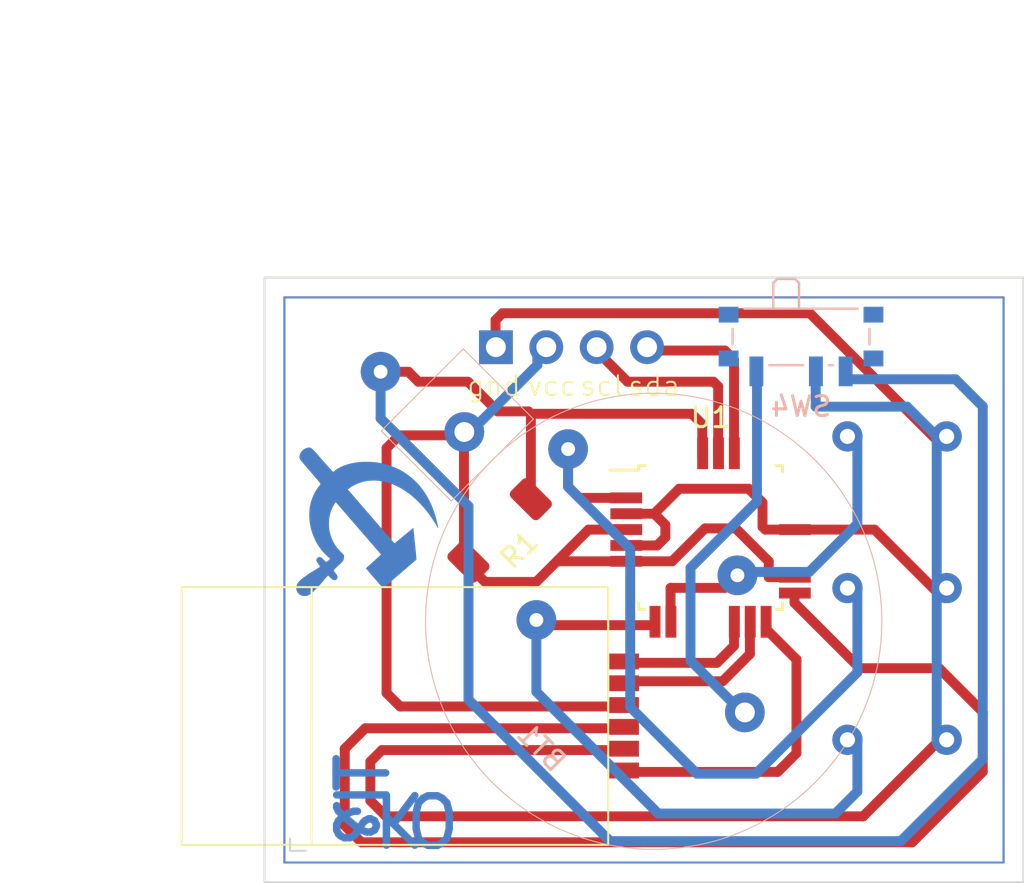
<source format=kicad_pcb>
(kicad_pcb (version 20221018) (generator pcbnew)
  (layers (0 "F.Cu" signal) (31 "B.Cu" signal) (34 "B.Paste" user) (35 "F.Paste" user) (36 "B.SilkS" user "B.Silkscreen") (37 "F.SilkS" user "F.Silkscreen") (38 "B.Mask" user) (39 "F.Mask" user) (44 "Edge.Cuts" user))
  (net 0 "")
  (net 1 "Earth")
  (net 2 "/SDA")
  (net 3 "/SCL")
  (net 4 "VCC")
  (net 5 "/PB2")
  (net 6 "/MOSI")
  (net 7 "/SCK")
  (net 8 "/MISO")
  (net 9 "/RST")
  (net 10 "/PD6")
  (net 11 "/PD5")
  (net 12 "/PD4")
  (net 13 "Net-(BT1--)")
  (footprint "Library:Button" (layer "F.Cu") (at 167.88 69.56)
    (fp_text reference "SW2" hide)
    (fp_text value "Down")
    (pad "1" thru_hole circle (at -2.5 0) (size 1.524 1.524) (drill 0.762) (layers "*.Cu" "*.Mask") (net 11 "/PD5"))
    (pad "2" thru_hole circle (at 2.5 0) (size 1.524 1.524) (drill 0.762) (layers "*.Cu" "*.Mask") (net 1 "Earth"))
  )
  (footprint "Connector_Card:microSD_HC_Wuerth_693072010801" (layer "F.Cu") (at 153.32 68.36 -90)
    (fp_text reference "J2" hide)
    (fp_text value "Micro_SD_Card" hide)
    (fp_line (start -6.5 0) (end 6.5 0) (stroke (width 0.1)) (layer "F.SilkS"))
    (fp_line (start -6.5 21.5) (end -6.5 0) (stroke (width 0.1)) (layer "F.SilkS"))
    (fp_line (start -6.45 14.95) (end 6.5 14.95) (stroke (width 0.1)) (layer "F.SilkS"))
    (fp_line (start 0 0) (end -6.5 0) (stroke (width 0.1)) (layer "F.SilkS"))
    (fp_line (start 0 14.95) (end -6.45 14.95) (stroke (width 0.1)) (layer "F.SilkS"))
    (fp_line (start 6.5 0) (end 6.5 21.5) (stroke (width 0.1)) (layer "F.SilkS"))
    (fp_line (start 6.5 21.5) (end -6.5 21.5) (stroke (width 0.1)) (layer "F.SilkS"))
    (pad "2" smd rect (at -2.75 -0.8 270) (size 0.8 1.5) (layers "F.Cu" "F.Paste" "F.Mask") (net 5 "/PB2"))
    (pad "3" smd rect (at -1.65 -0.8 270) (size 0.8 1.5) (layers "F.Cu" "F.Paste" "F.Mask") (net 6 "/MOSI"))
    (pad "4" smd rect (at -0.55 -0.8 270) (size 0.8 1.5) (layers "F.Cu" "F.Paste" "F.Mask") (net 4 "VCC"))
    (pad "5" smd rect (at 0.55 -0.8 270) (size 0.8 1.5) (layers "F.Cu" "F.Paste" "F.Mask") (net 7 "/SCK"))
    (pad "6" smd rect (at 1.65 -0.8 270) (size 0.8 1.5) (layers "F.Cu" "F.Paste" "F.Mask") (net 1 "Earth"))
    (pad "7" smd rect (at 2.75 -0.8 270) (size 0.8 1.5) (layers "F.Cu" "F.Paste" "F.Mask") (net 8 "/MISO"))
  )
  (footprint "Library:Button" (layer "F.Cu") (at 167.88 61.91)
    (fp_text reference "SW3" hide)
    (fp_text value "Set")
    (pad "1" thru_hole circle (at -2.5 0) (size 1.524 1.524) (drill 0.762) (layers "*.Cu" "*.Mask") (net 12 "/PD4"))
    (pad "2" thru_hole circle (at 2.5 0) (size 1.524 1.524) (drill 0.762) (layers "*.Cu" "*.Mask") (net 1 "Earth"))
  )
  (footprint "Library:Button" (layer "F.Cu") (at 167.88 54.26)
    (fp_text reference "SW1" hide)
    (fp_text value "Up")
    (pad "1" thru_hole circle (at -2.5 0) (size 1.524 1.524) (drill 0.762) (layers "*.Cu" "*.Mask") (net 10 "/PD6"))
    (pad "2" thru_hole circle (at 2.5 0) (size 1.524 1.524) (drill 0.762) (layers "*.Cu" "*.Mask") (net 1 "Earth"))
  )
  (footprint "Resistor_SMD:R_1812_4532Metric_Pad1.30x3.40mm_HandSolder" (layer "F.Cu") (at 147.85 59 -135)
    (fp_text reference "R1" (at 0 -1.4 45) (layer "F.SilkS"))
    (fp_text value "10K" hide)
    (pad "1" smd roundrect (at -2.225 0 225) (size 1.3 2) (layers "F.Cu" "F.Paste" "F.Mask") (roundrect_rratio 0.192308) (net 9 "/RST"))
    (pad "2" smd roundrect (at 2.225 0 225) (size 1.3 2) (layers "F.Cu" "F.Paste" "F.Mask") (roundrect_rratio 0.192308) (net 4 "VCC"))
  )
  (footprint "Package_QFP:TQFP-32_7x7mm_P0.8mm" (layer "F.Cu") (at 158.48 59.36)
    (fp_text reference "U1" (at 0 -6.05) (layer "F.SilkS"))
    (fp_text value "ATmega328P-A")
    (fp_line (start -3.625 -3.625) (end -3.625 -3.4) (stroke (width 0.15)) (layer "F.SilkS"))
    (fp_line (start -3.625 -3.625) (end -3.3 -3.625) (stroke (width 0.15)) (layer "F.SilkS"))
    (fp_line (start -3.625 -3.4) (end -5.05 -3.4) (stroke (width 0.15)) (layer "F.SilkS"))
    (fp_line (start -3.625 3.625) (end -3.625 3.3) (stroke (width 0.15)) (layer "F.SilkS"))
    (fp_line (start -3.625 3.625) (end -3.3 3.625) (stroke (width 0.15)) (layer "F.SilkS"))
    (fp_line (start 3.625 -3.625) (end 3.3 -3.625) (stroke (width 0.15)) (layer "F.SilkS"))
    (fp_line (start 3.625 -3.625) (end 3.625 -3.3) (stroke (width 0.15)) (layer "F.SilkS"))
    (fp_line (start 3.625 3.625) (end 3.3 3.625) (stroke (width 0.15)) (layer "F.SilkS"))
    (fp_line (start 3.625 3.625) (end 3.625 3.3) (stroke (width 0.15)) (layer "F.SilkS"))
    (pad "2" smd rect (at -4.25 -2) (size 1.6 0.55) (layers "F.Cu" "F.Paste" "F.Mask") (net 12 "/PD4"))
    (pad "3" smd rect (at -4.25 -1.2) (size 1.6 0.55) (layers "F.Cu" "F.Paste" "F.Mask") (net 1 "Earth"))
    (pad "4" smd rect (at -4.25 -0.4) (size 1.6 0.55) (layers "F.Cu" "F.Paste" "F.Mask") (net 4 "VCC"))
    (pad "5" smd rect (at -4.25 0.4) (size 1.6 0.55) (layers "F.Cu" "F.Paste" "F.Mask") (net 1 "Earth"))
    (pad "6" smd rect (at -4.25 1.2) (size 1.6 0.55) (layers "F.Cu" "F.Paste" "F.Mask") (net 4 "VCC"))
    (pad "9" smd rect (at -2.8 4.25 90) (size 1.6 0.55) (layers "F.Cu" "F.Paste" "F.Mask") (net 11 "/PD5"))
    (pad "10" smd rect (at -2 4.25 90) (size 1.6 0.55) (layers "F.Cu" "F.Paste" "F.Mask") (net 10 "/PD6"))
    (pad "14" smd rect (at 1.2 4.25 90) (size 1.6 0.55) (layers "F.Cu" "F.Paste" "F.Mask") (net 5 "/PB2"))
    (pad "15" smd rect (at 2 4.25 90) (size 1.6 0.55) (layers "F.Cu" "F.Paste" "F.Mask") (net 6 "/MOSI"))
    (pad "16" smd rect (at 2.8 4.25 90) (size 1.6 0.55) (layers "F.Cu" "F.Paste" "F.Mask") (net 8 "/MISO"))
    (pad "17" smd rect (at 4.25 2.8) (size 1.6 0.55) (layers "F.Cu" "F.Paste" "F.Mask") (net 7 "/SCK"))
    (pad "18" smd rect (at 4.25 2) (size 1.6 0.55) (layers "F.Cu" "F.Paste" "F.Mask") (net 4 "VCC"))
    (pad "21" smd rect (at 4.25 -0.4) (size 1.6 0.55) (layers "F.Cu" "F.Paste" "F.Mask") (net 1 "Earth"))
    (pad "27" smd rect (at 1.2 -4.25 90) (size 1.6 0.55) (layers "F.Cu" "F.Paste" "F.Mask") (net 2 "/SDA"))
    (pad "28" smd rect (at 0.4 -4.25 90) (size 1.6 0.55) (layers "F.Cu" "F.Paste" "F.Mask") (net 3 "/SCL"))
    (pad "29" smd rect (at -0.4 -4.25 90) (size 1.6 0.55) (layers "F.Cu" "F.Paste" "F.Mask") (net 9 "/RST"))
  )
  (footprint "Connector_PinHeader_2.54mm:PinHeader_1x04_P2.54mm_Vertical" (layer "F.Cu") (at 150.2 49.76)
    (fp_text reference "J1" hide)
    (fp_text value "Oled" hide)
    (fp_text user "vcc" (at -1.016 2.54 unlocked) (layer "F.SilkS") (effects (font (thickness 0.1)) (justify left bottom)))
    (fp_text user "gnd" (at -4.064 2.54 unlocked) (layer "F.SilkS") (effects (font (thickness 0.1)) (justify left bottom)))
    (fp_text user "sda" (at 4.064 2.54 unlocked) (layer "F.SilkS") (effects (font (thickness 0.1)) (justify left bottom)))
    (fp_text user "scl" (at 1.64 2.54 unlocked) (layer "F.SilkS") (effects (font (thickness 0.1)) (justify left bottom)))
    (pad "1" thru_hole oval (at 5.08 0 90) (size 1.7 1.7) (drill 1) (layers "*.Cu" "*.Mask") (net 2 "/SDA"))
    (pad "2" thru_hole oval (at 2.54 0 90) (size 1.7 1.7) (drill 1) (layers "*.Cu" "*.Mask") (net 3 "/SCL"))
    (pad "3" thru_hole oval (at 0 0 90) (size 1.7 1.7) (drill 1) (layers "*.Cu" "*.Mask") (net 4 "VCC"))
    (pad "4" thru_hole rect (at -2.54 0 90) (size 1.7 1.7) (drill 1) (layers "*.Cu" "*.Mask") (net 1 "Earth"))
  )
  (footprint "posad" (layer "B.Cu") (at 141.18 58.57 90)
    (fp_text reference "G***" hide)
    (fp_text value "LOGO" hide)
    (fp_poly (pts (xy -0.291153 3.572831) (xy -0.2611 3.566103) (xy -0.228624 3.558006) (xy -0.189672 3.549485) (xy -0.15626 3.543041) (xy -0.12172 3.536645) (xy -0.087883 3.529876) (xy -0.062504 3.524298) (xy -0.034467 3.517569) (xy -0.000655 3.509426) (xy 0.019533 3.504552) (xy 0.055517 3.495868) (xy 0.094759 3.486421) (xy 0.113288 3.481971) (xy 0.163338 3.46931) (xy 0.221594 3.453549) (xy 0.281445 3.436541) (xy 0.336277 3.42014) (xy 0.355491 3.41411) (xy 0.404244 3.398338) (xy 0.455719 3.381339) (xy 0.507481 3.363953) (xy 0.557097 3.347019) (xy 0.602132 3.331377) (xy 0.640153 3.317866) (xy 0.668725 3.307325) (xy 0.685414 3.300594) (xy 0.687267 3.299698) (xy 0.703771 3.292121) (xy 0.713373 3.289313) (xy 0.720255 3.287339) (xy 0.73626 3.281178) (xy 0.762389 3.270409) (xy 0.799642 3.254612) (xy 0.849022 3.233365) (xy 0.911529 3.20625) (xy 0.921932 3.201723) (xy 0.955528 3.18633) (xy 0.999373 3.165113) (xy 1.050049 3.139826) (xy 1.10414 3.11222) (xy 1.158226 3.084047) (xy 1.208891 3.057062) (xy 1.252718 3.033015) (xy 1.269609 3.023441) (xy 1.297343 3.007048) (xy 1.332832 2.985394) (xy 1.373715 2.959988) (xy 1.417629 2.932341) (xy 1.462215 2.903962) (xy 1.505111 2.876364) (xy 1.543954 2.851055) (xy 1.576385 2.829545) (xy 1.600041 2.813346) (xy 1.611996 2.804456) (xy 1.622198 2.796203) (xy 1.641113 2.781199) (xy 1.665131 2.7623) (xy 1.671978 2.756936) (xy 1.734178 2.708057) (xy 1.78633 2.666505) (xy 1.830837 2.630167) (xy 1.870105 2.596931) (xy 1.906539 2.564687) (xy 1.942544 2.531321) (xy 1.980525 2.494724) (xy 2.022886 2.452782) (xy 2.054402 2.421158) (xy 2.168542 2.299176) (xy 2.279392 2.166939) (xy 2.385128 2.027131) (xy 2.483925 1.882434) (xy 2.57396 1.735534) (xy 2.653408 1.589114) (xy 2.720445 1.445857) (xy 2.725638 1.433614) (xy 2.739048 1.401804) (xy 2.75137 1.372723) (xy 2.760425 1.351506) (xy 2.76205 1.347739) (xy 2.769961 1.328627) (xy 2.781029 1.300834) (xy 2.792888 1.2703) (xy 2.793153 1.269609) (xy 2.805149 1.238303) (xy 2.816459 1.208824) (xy 2.824627 1.187573) (xy 2.83416 1.16094) (xy 2.843504 1.13208) (xy 2.844437 1.128976) (xy 2.853464 1.099415) (xy 2.863071 1.069117) (xy 2.863933 1.066472) (xy 2.869955 1.046665) (xy 2.87899 1.015229) (xy 2.890073 0.975647) (xy 2.902243 0.931403) (xy 2.914536 0.885978) (xy 2.925989 0.842856) (xy 2.929823 0.828176) (xy 2.938412 0.79231) (xy 2.948606 0.745271) (xy 2.959522 0.691311) (xy 2.970278 0.634685) (xy 2.972745 0.621132) (xy 2.979444 0.584014) (xy 2.986044 0.5475) (xy 2.991377 0.518043) (xy 2.992519 0.51175) (xy 3.004247 0.436193) (xy 3.013469 0.35188) (xy 3.020275 0.257347) (xy 3.024758 0.151133) (xy 3.027008 0.031775) (xy 3.027324 -0.046878) (xy 3.027001 -0.132591) (xy 3.026038 -0.20594) (xy 3.024222 -0.270181) (xy 3.021341 -0.32857) (xy 3.017181 -0.384363) (xy 3.01153 -0.440817) (xy 3.004175 -0.501188) (xy 2.994904 -0.568731) (xy 2.991863 -0.58988) (xy 2.981438 -0.652762) (xy 2.967381 -0.724434) (xy 2.950713 -0.800545) (xy 2.932459 -0.876745) (xy 2.913643 -0.948681) (xy 2.895287 -1.012002) (xy 2.885267 -1.043033) (xy 2.873429 -1.07844) (xy 2.862908 -1.110907) (xy 2.855137 -1.135958) (xy 2.85226 -1.146068) (xy 2.844713 -1.168783) (xy 2.833524 -1.195953) (xy 2.829232 -1.205179) (xy 2.819529 -1.226462) (xy 2.81357 -1.241924) (xy 2.812673 -1.245881) (xy 2.809186 -1.255727) (xy 2.799646 -1.276631) (xy 2.785431 -1.305907) (xy 2.767922 -1.340868) (xy 2.748499 -1.378827) (xy 2.728542 -1.417099) (xy 2.709431 -1.452996) (xy 2.692544 -1.483833) (xy 2.679263 -1.506922) (xy 2.675291 -1.513353) (xy 2.652491 -1.547553) (xy 2.626468 -1.584294) (xy 2.599743 -1.620243) (xy 2.574836 -1.652063) (xy 2.554267 -1.676419) (xy 2.544049 -1.687013) (xy 2.530256 -1.703088) (xy 2.523683 -1.717247) (xy 2.523593 -1.718509) (xy 2.529511 -1.730494) (xy 2.546437 -1.750902) (xy 2.573132 -1.778455) (xy 2.608353 -1.811874) (xy 2.65086 -1.849882) (xy 2.652507 -1.851316) (xy 2.678437 -1.874298) (xy 2.709124 -1.902093) (xy 2.738 -1.928752) (xy 2.73845 -1.929172) (xy 2.764293 -1.953086) (xy 2.797043 -1.983013) (xy 2.831918 -2.014598) (xy 2.855645 -2.035907) (xy 2.881359 -2.058892) (xy 2.902486 -2.077731) (xy 2.921522 -2.094621) (xy 2.940963 -2.111759) (xy 2.963304 -2.131341) (xy 2.991041 -2.155563) (xy 3.026671 -2.186623) (xy 3.050969 -2.207792) (xy 3.086472 -2.238759) (xy 3.125121 -2.272528) (xy 3.161221 -2.30412) (xy 3.179883 -2.320482) (xy 3.203241 -2.340712) (xy 3.235964 -2.368674) (xy 3.275394 -2.402115) (xy 3.318874 -2.438787) (xy 3.363747 -2.476437) (xy 3.383021 -2.492544) (xy 3.471832 -2.568307) (xy 3.547427 -2.636354) (xy 3.610043 -2.696921) (xy 3.659912 -2.750247) (xy 3.69727 -2.79657) (xy 3.722287 -2.836005) (xy 3.736732 -2.864479) (xy 3.745153 -2.885866) (xy 3.748899 -2.906334) (xy 3.749316 -2.932053) (xy 3.748393 -2.955527) (xy 3.737803 -3.030477) (xy 3.714091 -3.103084) (xy 3.678851 -3.17184) (xy 3.633675 -3.235238) (xy 3.580155 -3.29177) (xy 3.519883 -3.339928) (xy 3.454453 -3.378204) (xy 3.385456 -3.405091) (xy 3.314486 -3.419081) (xy 3.257829 -3.420007) (xy 3.233794 -3.417667) (xy 3.211172 -3.413504) (xy 3.188642 -3.40664) (xy 3.164886 -3.396199) (xy 3.138583 -3.381306) (xy 3.108416 -3.361084) (xy 3.073064 -3.334658) (xy 3.031208 -3.30115) (xy 2.98153 -3.259685) (xy 2.922709 -3.209387) (xy 2.863457 -3.158096) (xy 2.841396 -3.138963) (xy 2.822773 -3.122863) (xy 2.812673 -3.114185) (xy 2.803148 -3.105979) (xy 2.783978 -3.089395) (xy 2.75732 -3.066299) (xy 2.725327 -3.038557) (xy 2.695478 -3.012657) (xy 2.635813 -2.960873) (xy 2.586711 -2.918267) (xy 2.546941 -2.883774) (xy 2.515267 -2.856326) (xy 2.490455 -2.834858) (xy 2.471272 -2.818302) (xy 2.456483 -2.805592) (xy 2.444855 -2.795662) (xy 2.435154 -2.787445) (xy 2.426271 -2.779979) (xy 2.403993 -2.7612) (xy 2.372526 -2.734531) (xy 2.334546 -2.70225) (xy 2.292728 -2.66664) (xy 2.249744 -2.629981) (xy 2.20827 -2.594552) (xy 2.17098 -2.562636) (xy 2.140548 -2.536512) (xy 2.122061 -2.520555) (xy 2.097605 -2.499693) (xy 2.075728 -2.481641) (xy 2.060731 -2.469941) (xy 2.059557 -2.469104) (xy 2.039023 -2.453373) (xy 2.012785 -2.431434) (xy 1.986385 -2.407931) (xy 1.984729 -2.406398) (xy 1.97033 -2.395594) (xy 1.948743 -2.382019) (xy 1.938908 -2.376415) (xy 1.918422 -2.365786) (xy 1.905511 -2.36246) (xy 1.894216 -2.365936) (xy 1.884554 -2.371839) (xy 1.862774 -2.387184) (xy 1.834801 -2.408525) (xy 1.806154 -2.431513) (xy 1.78235 -2.4518) (xy 1.777534 -2.456189) (xy 1.764268 -2.466665) (xy 1.74054 -2.483618) (xy 1.709119 -2.505216) (xy 1.672773 -2.529622) (xy 1.634272 -2.555003) (xy 1.596384 -2.579524) (xy 1.56188 -2.601352) (xy 1.533527 -2.618651) (xy 1.523531 -2.624459) (xy 1.499132 -2.637661) (xy 1.465241 -2.655158) (xy 1.426501 -2.674586) (xy 1.390711 -2.692066) (xy 1.355416 -2.70912) (xy 1.324361 -2.724252) (xy 1.300745 -2.735895) (xy 1.28777 -2.742479) (xy 1.287295 -2.742737) (xy 1.271019 -2.749092) (xy 1.263856 -2.750217) (xy 1.250225 -2.75366) (xy 1.232696 -2.761371) (xy 1.217372 -2.76793) (xy 1.189887 -2.778279) (xy 1.152971 -2.791465) (xy 1.109354 -2.806535) (xy 1.061764 -2.822538) (xy 1.012932 -2.838521) (xy 0.995745 -2.844032) (xy 0.969871 -2.851084) (xy 0.930536 -2.860182) (xy 0.879709 -2.870917) (xy 0.819362 -2.882878) (xy 0.751464 -2.895658) (xy 0.718794 -2.901598) (xy 0.678292 -2.907455) (xy 0.625793 -2.912916) (xy 0.564922 -2.917788) (xy 0.499307 -2.921875) (xy 0.432576 -2.924984) (xy 0.368354 -2.926919) (xy 0.310269 -2.927487) (xy 0.261947 -2.926494) (xy 0.257828 -2.926303) (xy 0.194349 -2.92316) (xy 0.143376 -2.920478) (xy 0.101808 -2.917925) (xy 0.066547 -2.915163) (xy 0.034493 -2.911859) (xy 0.002545 -2.907677) (xy -0.032396 -2.902283) (xy -0.073429 -2.895341) (xy -0.123655 -2.886517) (xy -0.14454 -2.882823) (xy -0.214089 -2.870169) (xy -0.273006 -2.858468) (xy -0.325828 -2.846582) (xy -0.377094 -2.833374) (xy -0.431341 -2.817708) (xy -0.493106 -2.798446) (xy -0.533831 -2.785287) (xy -0.605385 -2.760536) (xy -0.682092 -2.731462) (xy -0.761199 -2.699299) (xy -0.839952 -2.665283) (xy -0.915598 -2.630647) (xy -0.985384 -2.596626) (xy -1.046556 -2.564454) (xy -1.096361 -2.535367) (xy -1.108172 -2.52776) (xy -1.13027 -2.513511) (xy -1.146831 -2.503541) (xy -1.153852 -2.500154) (xy -1.162616 -2.495862) (xy -1.181653 -2.484079) (xy -1.208555 -2.466444) (xy -1.240914 -2.444597) (xy -1.276321 -2.420177) (xy -1.312368 -2.394823) (xy -1.346647 -2.370176) (xy -1.369147 -2.353589) (xy -1.436531 -2.300584) (xy -1.50675 -2.240581) (xy -1.576843 -2.176418) (xy -1.643851 -2.110931) (xy -1.704813 -2.04696) (xy -1.756769 -1.98734) (xy -1.775011 -1.964515) (xy -1.800038 -1.933941) (xy -1.823357 -1.908616) (xy -1.842616 -1.890885) (xy -1.855464 -1.883096) (xy -1.856792 -1.882928) (xy -1.870552 -1.889052) (xy -1.890488 -1.905592) (xy -1.914357 -1.9298) (xy -1.939918 -1.958927) (xy -1.964927 -1.990225) (xy -1.987142 -2.020946) (xy -2.00432 -2.048342) (xy -2.014219 -2.069663) (xy -2.015749 -2.077733) (xy -2.012981 -2.08761) (xy -2.003926 -2.101425) (xy -1.987461 -2.12037) (xy -1.962462 -2.145639) (xy -1.927804 -2.178423) (xy -1.882364 -2.219915) (xy -1.877868 -2.223971) (xy -1.828869 -2.274412) (xy -1.795171 -2.323845) (xy -1.776533 -2.372888) (xy -1.772717 -2.42216) (xy -1.782583 -2.469689) (xy -1.800893 -2.502162) (xy -1.830381 -2.531453) (xy -1.8666 -2.554461) (xy -1.905101 -2.568085) (xy -1.92708 -2.570465) (xy -1.954504 -2.565883) (xy -1.989613 -2.553475) (xy -2.027933 -2.535226) (xy -2.064992 -2.513126) (xy -2.080004 -2.502499) (xy -2.119949 -2.473164) (xy -2.158467 -2.446144) (xy -2.193279 -2.422924) (xy -2.222104 -2.404985) (xy -2.242664 -2.393812) (xy -2.251787 -2.390739) (xy -2.261289 -2.392597) (xy -2.271554 -2.39914) (xy -2.283724 -2.411895) (xy -2.298939 -2.432385) (xy -2.318342 -2.462136) (xy -2.343074 -2.502673) (xy -2.37124 -2.550334) (xy -2.382831 -2.56968) (xy -2.399555 -2.597059) (xy -2.418233 -2.627276) (xy -2.422602 -2.63429) (xy -2.445109 -2.670868) (xy -2.470069 -2.712189) (xy -2.49216 -2.749441) (xy -2.492586 -2.750169) (xy -2.510743 -2.780476) (xy -2.528346 -2.808578) (xy -2.542212 -2.829425) (xy -2.544746 -2.832943) (xy -2.556303 -2.849887) (xy -2.562384 -2.861425) (xy -2.562658 -2.86278) (xy -2.566922 -2.871132) (xy -2.578435 -2.889206) (xy -2.595277 -2.91407) (xy -2.609535 -2.934401) (xy -2.628974 -2.962084) (xy -2.644478 -2.984795) (xy -2.654142 -2.999703) (xy -2.656413 -3.004022) (xy -2.660816 -3.011387) (xy -2.672906 -3.028961) (xy -2.691003 -3.054445) (xy -2.713428 -3.085542) (xy -2.738503 -3.119952) (xy -2.764548 -3.155377) (xy -2.789883 -3.189518) (xy -2.81283 -3.220077) (xy -2.83171 -3.244754) (xy -2.839581 -3.254772) (xy -2.890763 -3.318118) (xy -2.934474 -3.370181) (xy -2.972232 -3.412456) (xy -3.005557 -3.446438) (xy -3.035969 -3.473625) (xy -3.064987 -3.495512) (xy -3.09413 -3.513594) (xy -3.112227 -3.523199) (xy -3.168818 -3.549332) (xy -3.21937 -3.566898) (xy -3.269724 -3.577486) (xy -3.325719 -3.58268) (xy -3.332236 -3.58298) (xy -3.371089 -3.583779) (xy -3.400773 -3.581785) (xy -3.427617 -3.576211) (xy -3.453337 -3.567924) (xy -3.526451 -3.536607) (xy -3.586758 -3.498829) (xy -3.630263 -3.459825) (xy -3.651918 -3.433584) (xy -3.67545 -3.39995) (xy -3.697199 -3.364622) (xy -3.713502 -3.333302) (xy -3.717214 -3.324423) (xy -3.732799 -3.267093) (xy -3.740458 -3.201646) (xy -3.740429 -3.132548) (xy -3.732949 -3.064269) (xy -3.718256 -3.001278) (xy -3.697308 -2.9494) (xy -3.685981 -2.927974) (xy -3.676583 -2.910335) (xy -3.667809 -2.896269) (xy -3.653843 -2.875948) (xy -3.638291 -2.854392) (xy -3.624762 -2.83662) (xy -3.617612 -2.828299) (xy -3.611037 -2.821208) (xy -3.596363 -2.80498) (xy -3.575877 -2.782152) (xy -3.555728 -2.759599) (xy -3.528608 -2.730193) (xy -3.492611 -2.692638) (xy -3.450273 -2.649457) (xy -3.40413 -2.603175) (xy -3.356717 -2.556315) (xy -3.310571 -2.511401) (xy -3.268228 -2.470959) (xy -3.232222 -2.437511) (xy -3.231314 -2.436685) (xy -3.205799 -2.413356) (xy -3.181717 -2.391091) (xy -3.163914 -2.374372) (xy -3.162681 -2.373193) (xy -3.146805 -2.359494) (xy -3.135155 -2.352118) (xy -3.133387 -2.351707) (xy -3.124244 -2.345849) (xy -3.12389 -2.345067) (xy -3.117271 -2.337897) (xy -3.10075 -2.322537) (xy -3.076424 -2.300807) (xy -3.046391 -2.274528) (xy -3.01275 -2.245517) (xy -2.977597 -2.215595) (xy -2.943031 -2.186581) (xy -2.911149 -2.160295) (xy -2.906429 -2.156457) (xy -2.877299 -2.132338) (xy -2.8446 -2.104481) (xy -2.811074 -2.07531) (xy -2.77946 -2.04725) (xy -2.7525 -2.022726) (xy -2.732935 -2.004162) (xy -2.725284 -1.996217) (xy -2.714881 -1.98181) (xy -2.713454 -1.969447) (xy -2.722212 -1.955692) (xy -2.742362 -1.937109) (xy -2.747602 -1.932729) (xy -2.816357 -1.870999) (xy -2.870686 -1.81189) (xy -2.910406 -1.755665) (xy -2.935338 -1.702586) (xy -2.945301 -1.652915) (xy -2.945494 -1.645328) (xy -2.938158 -1.606524) (xy -2.918051 -1.569966) (xy -2.888022 -1.538284) (xy -2.850922 -1.514106) (xy -2.8096 -1.50006) (xy -2.785327 -1.497595) (xy -2.745549 -1.503754) (xy -2.699175 -1.522383) (xy -2.647776 -1.552629) (xy -2.592923 -1.59364) (xy -2.566292 -1.616484) (xy -2.52824 -1.649423) (xy -2.498646 -1.671783) (xy -2.475142 -1.684254) (xy -2.45536 -1.687525) (xy -2.43693 -1.682285) (xy -2.417486 -1.669223) (xy -2.409178 -1.662212) (xy -2.393715 -1.648025) (xy -2.373281 -1.628074) (xy -2.346864 -1.601316) (xy -2.313453 -1.566707) (xy -2.272038 -1.523205) (xy -2.221608 -1.469767) (xy -2.191374 -1.437589) (xy -2.135823 -1.378525) (xy -2.089319 -1.329804) (xy -2.050238 -1.290352) (xy -2.016955 -1.259096) (xy -1.987847 -1.234964) (xy -1.96129 -1.216883) (xy -1.93566 -1.20378) (xy -1.909332 -1.194582) (xy -1.880683 -1.188216) (xy -1.848089 -1.183609) (xy -1.809926 -1.179689) (xy -1.799508 -1.178708) (xy -1.750258 -1.174813) (xy -1.712778 -1.173402) (xy -1.688476 -1.174504) (xy -1.680853 -1.176359) (xy -1.670911 -1.183789) (xy -1.651712 -1.200581) (xy -1.625062 -1.22506) (xy -1.592768 -1.255554) (xy -1.556638 -1.29039) (xy -1.537697 -1.308916) (xy -1.462287 -1.381886) (xy -1.394897 -1.444494) (xy -1.333535 -1.498373) (xy -1.27621 -1.545158) (xy -1.22093 -1.586485) (xy -1.165704 -1.623988) (xy -1.117256 -1.654117) (xy -0.97979 -1.72923) (xy -0.837002 -1.792836) (xy -0.687045 -1.845579) (xy -0.528076 -1.8881) (xy -0.358249 -1.921042) (xy -0.343771 -1.92334) (xy -0.308423 -1.927288) (xy -0.261109 -1.9303) (xy -0.205091 -1.932376) (xy -0.143632 -1.933516) (xy -0.079994 -1.93372) (xy -0.017439 -1.932989) (xy 0.04077 -1.931323) (xy 0.09137 -1.928723) (xy 0.131101 -1.925187) (xy 0.14454 -1.923296) (xy 0.211606 -1.911697) (xy 0.274985 -1.899933) (xy 0.332404 -1.88848) (xy 0.381589 -1.877812) (xy 0.420267 -1.868406) (xy 0.446165 -1.860735) (xy 0.449246 -1.859594) (xy 0.463582 -1.854511) (xy 0.488343 -1.846199) (xy 0.519057 -1.836148) (xy 0.531283 -1.832208) (xy 0.580001 -1.815059) (xy 0.632733 -1.793859) (xy 0.68759 -1.76963) (xy 0.742683 -1.743393) (xy 0.796123 -1.71617) (xy 0.846021 -1.688982) (xy 0.890487 -1.662851) (xy 0.927633 -1.638797) (xy 0.95557 -1.617842) (xy 0.972408 -1.601007) (xy 0.976623 -1.591425) (xy 0.971085 -1.582522) (xy 0.955981 -1.565761) (xy 0.933578 -1.543494) (xy 0.906142 -1.51807) (xy 0.904353 -1.516467) (xy 0.873481 -1.488842) (xy 0.844089 -1.462522) (xy 0.819666 -1.440631) (xy 0.804627 -1.427128) (xy 0.783728 -1.408856) (xy 0.756998 -1.386184) (xy 0.73431 -1.367379) (xy 0.712526 -1.34929) (xy 0.695809 -1.334897) (xy 0.687615 -1.327179) (xy 0.687485 -1.327014) (xy 0.679467 -1.319377) (xy 0.663547 -1.305946) (xy 0.653511 -1.29785) (xy 0.630516 -1.278939) (xy 0.603333 -1.2557) (xy 0.586139 -1.240554) (xy 0.558965 -1.21658) (xy 0.527851 -1.18964) (xy 0.507076 -1.171947) (xy 0.478364 -1.147446) (xy 0.445871 -1.119288) (xy 0.421334 -1.097724) (xy 0.392348 -1.072323) (xy 0.358624 -1.04322) (xy 0.327442 -1.016699) (xy 0.327326 -1.016602) (xy 0.295521 -0.989591) (xy 0.260523 -0.959506) (xy 0.230483 -0.93336) (xy 0.209843 -0.915359) (xy 0.18004 -0.889545) (xy 0.143791 -0.858262) (xy 0.103809 -0.823852) (xy 0.06281 -0.788656) (xy 0.058597 -0.785046) (xy 0.019337 -0.751347) (xy -0.017596 -0.719546) (xy -0.049929 -0.691608) (xy -0.075387 -0.6695) (xy -0.091696 -0.655186) (xy -0.09366 -0.653431) (xy -0.111539 -0.637585) (xy -0.137126 -0.615183) (xy -0.166273 -0.589849) (xy -0.182499 -0.575823) (xy -0.209318 -0.552661) (xy -0.232453 -0.532626) (xy -0.248858 -0.518359) (xy -0.254593 -0.513319) (xy -0.269733 -0.500334) (xy -0.275136 -0.495919) (xy -0.28657 -0.486463) (xy -0.306811 -0.469429) (xy -0.332987 -0.447263) (xy -0.362227 -0.42241) (xy -0.391658 -0.397316) (xy -0.41841 -0.374426) (xy -0.43961 -0.356186) (xy -0.452387 -0.345041) (xy -0.453797 -0.343771) (xy -0.478673 -0.321308) (xy -0.509817 -0.293625) (xy -0.543223 -0.264238) (xy -0.574882 -0.236664) (xy -0.600788 -0.214421) (xy -0.60967 -0.206948) (xy -0.652614 -0.170794) (xy -0.701551 -0.128771) (xy -0.7581 -0.079473) (xy -0.823879 -0.021496) (xy -0.851615 0.003088) (xy -0.872413 0.021103) (xy -0.89907 0.043605) (xy -0.921909 0.06251) (xy -0.947665 0.083839) (xy -0.97216 0.104534) (xy -0.988319 0.118557) (xy -1.001236 0.130019) (xy -1.014157 0.141358) (xy -1.0298 0.154928) (xy -1.050885 0.173083) (xy -1.080128 0.198177) (xy -1.093448 0.209594) (xy -1.118302 0.23115) (xy -1.141418 0.251624) (xy -1.156773 0.265641) (xy -1.173723 0.280933) (xy -1.197325 0.301398) (xy -1.219647 0.32024) (xy -1.240717 0.338002) (xy -1.270227 0.363193) (xy -1.304852 0.392958) (xy -1.341266 0.424444) (xy -1.356224 0.437435) (xy -1.395583 0.471596) (xy -1.437593 0.507937) (xy -1.477831 0.54264) (xy -1.511874 0.571886) (xy -1.519207 0.57816) (xy -1.549359 0.603967) (xy -1.57766 0.628251) (xy -1.600508 0.647917) (xy -1.612292 0.658119) (xy -1.630634 0.671669) (xy -1.646119 0.679118) (xy -1.649205 0.679604) (xy -1.6592 0.674133) (xy -1.676738 0.659212) (xy -1.699182 0.637248) (xy -1.719522 0.615527) (xy -1.748494 0.583529) (xy -1.778688 0.55036) (xy -1.805549 0.521017) (xy -1.817456 0.508099) (xy -1.844652 0.478197) (xy -1.874455 0.444657) (xy -1.895586 0.420343) (xy -1.913563 0.399647) (xy -1.939408 0.370291) (xy -1.970515 0.335216) (xy -2.004279 0.297361) (xy -2.030609 0.26799) (xy -2.066799 0.227712) (xy -2.104449 0.185796) (xy -2.140299 0.145874) (xy -2.171087 0.111576) (xy -2.186869 0.093988) (xy -2.231954 0.044013) (xy -2.267973 0.004832) (xy -2.296037 -0.024619) (xy -2.317255 -0.045404) (xy -2.332738 -0.058589) (xy -2.343596 -0.065237) (xy -2.35094 -0.066413) (xy -2.353244 -0.06553) (xy -2.367228 -0.055416) (xy -2.392134 -0.035185) (xy -2.427396 -0.005313) (xy -2.472446 0.033725) (xy -2.491923 0.050784) (xy -2.514312 0.070241) (xy -2.545078 0.096703) (xy -2.580649 0.127109) (xy -2.617449 0.158397) (xy -2.628762 0.167979) (xy -2.661291 0.195531) (xy -2.689961 0.219876) (xy -2.71248 0.23906) (xy -2.726553 0.251133) (xy -2.72978 0.25396) (xy -2.740505 0.263372) (xy -2.762586 0.282483) (xy -2.795498 0.310841) (xy -2.838719 0.347994) (xy -2.871075 0.375773) (xy -2.886739 0.389334) (xy -2.910554 0.410089) (xy -2.938939 0.434915) (xy -2.96112 0.454366) (xy -2.989871 0.479501) (xy -3.016074 0.502211) (xy -3.036441 0.519659) (xy -3.046222 0.527839) (xy -3.069202 0.546923) (xy -3.098954 0.572227) (xy -3.130603 0.599554) (xy -3.159273 0.624708) (xy -3.171701 0.635822) (xy -3.193411 0.654758) (xy -3.214375 0.672003) (xy -3.219301 0.675823) (xy -3.245139 0.696533) (xy -3.272467 0.720281) (xy -3.298644 0.744531) (xy -3.32103 0.766744) (xy -3.336984 0.784384) (xy -3.343865 0.794912) (xy -3.343956 0.795594) (xy -3.339057 0.805938) (xy -3.325913 0.824614) (xy -3.306853 0.848448) (xy -3.295124 0.862114) (xy -3.271569 0.889004) (xy -3.250089 0.913675) (xy -3.23408 0.932224) (xy -3.229691 0.937383) (xy -3.215726 0.953839) (xy -3.196213 0.97669) (xy -3.178907 0.996875) (xy -3.159721 1.019283) (xy -3.134053 1.049368) (xy -3.105522 1.082885) (xy -3.082348 1.110163) (xy -3.058061 1.138658) (xy -3.037398 1.16267) (xy -3.022473 1.179755) (xy -3.015403 1.187472) (xy -3.015288 1.187573) (xy -3.008491 1.194948) (xy -2.994227 1.211413) (xy -2.975014 1.234044) (xy -2.96483 1.24617) (xy -2.944102 1.27072) (xy -2.927063 1.290497) (xy -2.916253 1.302574) (xy -2.914031 1.304768) (xy -2.907412 1.311823) (xy -2.89263 1.328565) (xy -2.871626 1.352765) (xy -2.846343 1.382193) (xy -2.835734 1.394617) (xy -2.806688 1.428521) (xy -2.778604 1.461006) (xy -2.754313 1.488819) (xy -2.736643 1.508708) (xy -2.73382 1.511812) (xy -2.708479 1.540186) (xy -2.677289 1.576177) (xy -2.644156 1.615199) (xy -2.612991 1.652665) (xy -2.595774 1.673842) (xy -2.574602 1.699437) (xy -2.55065 1.727311) (xy -2.541083 1.738109) (xy -2.469853 1.818918) (xy -2.397769 1.90342) (xy -2.382252 1.921993) (xy -2.357934 1.950991) (xy -2.334357 1.97871) (xy -2.315301 2.000723) (xy -2.309398 2.007375) (xy -2.290913 2.027928) (xy -2.267718 2.053729) (xy -2.249696 2.073785) (xy -2.232018 2.093919) (xy -2.20715 2.122857) (xy -2.177856 2.157352) (xy -2.146898 2.194163) (xy -2.132782 2.211073) (xy -2.104793 2.244616) (xy -2.079938 2.274263) (xy -2.0601 2.297781) (xy -2.04716 2.312936) (xy -2.043374 2.317207) (xy -2.034461 2.327208) (xy -2.01889 2.345267) (xy -2.000123 2.367365) (xy -1.976072 2.395531) (xy -1.950348 2.425127) (xy -1.933722 2.443912) (xy -1.90248 2.478773) (xy -1.828247 2.473646) (xy -1.784195 2.470311) (xy -1.735214 2.466152) (xy -1.690697 2.461975) (xy -1.683697 2.461264) (xy -1.649189 2.457703) (xy -1.604452 2.453084) (xy -1.554798 2.447957) (xy -1.505541 2.44287) (xy -1.496186 2.441904) (xy -1.445614 2.436762) (xy -1.391615 2.431409) (xy -1.340253 2.426438) (xy -1.297589 2.422442) (xy -1.293048 2.422029) (xy -1.250603 2.418006) (xy -1.199226 2.412854) (xy -1.14551 2.407248) (xy -1.097724 2.40205) (xy -1.036681 2.395426) (xy -0.967657 2.388306) (xy -0.888859 2.380516) (xy -0.798495 2.371878) (xy -0.694773 2.362215) (xy -0.66801 2.359753) (xy -0.623714 2.355481) (xy -0.574963 2.350456) (xy -0.530493 2.345588) (xy -0.519563 2.344326) (xy -0.478375 2.339802) (xy -0.434072 2.335423) (xy -0.395287 2.332036) (xy -0.39027 2.33165) (xy -0.352758 2.328209) (xy -0.329288 2.323789) (xy -0.31828 2.317112) (xy -0.318153 2.306901) (xy -0.327325 2.291878) (xy -0.332601 2.285043) (xy -0.349193 2.26363) (xy -0.363385 2.244485) (xy -0.36689 2.239494) (xy -0.37913 2.223122) (xy -0.396058 2.20223) (xy -0.402048 2.195166) (xy -0.420087 2.173901) (xy -0.445858 2.143132) (xy -0.477212 2.105462) (xy -0.511999 2.063491) (xy -0.548069 2.019819) (xy -0.583272 1.97705) (xy -0.61546 1.937783) (xy -0.642481 1.90462) (xy -0.656221 1.887614) (xy -0.668789 1.872159) (xy -0.688736 1.847835) (xy -0.713459 1.817795) (xy -0.740354 1.785194) (xy -0.766819 1.753184) (xy -0.790252 1.72492) (xy -0.808049 1.703555) (xy -0.812848 1.697836) (xy -0.822317 1.686442) (xy -0.839819 1.665239) (xy -0.863482 1.636502) (xy -0.891431 1.602507) (xy -0.919521 1.568296) (xy -0.963597 1.514606) (xy -0.998754 1.471744) (xy -1.025943 1.438427) (xy -1.046116 1.413368) (xy -1.060227 1.395285) (xy -1.069227 1.382893) (xy -1.074069 1.374907) (xy -1.075704 1.370043) (xy -1.075084 1.367016) (xy -1.073163 1.364543) (xy -1.071826 1.362854) (xy -1.064215 1.355225) (xy -1.046345 1.338811) (xy -1.019809 1.315004) (xy -0.986204 1.285199) (xy -0.947125 1.25079) (xy -0.904167 1.21317) (xy -0.858924 1.173733) (xy -0.812992 1.133873) (xy -0.767967 1.094984) (xy -0.725442 1.05846) (xy -0.687015 1.025695) (xy -0.656642 1.000061) (xy -0.629155 0.976738) (xy -0.600957 0.952365) (xy -0.582755 0.936314) (xy -0.558542 0.914738) (xy -0.530204 0.889621) (xy -0.512286 0.87381) (xy -0.490188 0.854269) (xy -0.47132 0.837427) (xy -0.461124 0.828176) (xy -0.4305 0.800735) (xy -0.395502 0.770819) (xy -0.363006 0.744271) (xy -0.355407 0.738327) (xy -0.332357 0.719843) (xy -0.310933 0.701575) (xy -0.30511 0.696294) (xy -0.291649 0.684146) (xy -0.269333 0.664444) (xy -0.241162 0.63982) (xy -0.21013 0.612902) (xy -0.207177 0.610351) (xy -0.176296 0.583678) (xy -0.148216 0.55941) (xy -0.125838 0.540056) (xy -0.112068 0.528127) (xy -0.111203 0.527376) (xy -0.091707 0.510455) (xy -0.074319 0.495444) (xy -0.054956 0.478834) (xy -0.029531 0.457115) (xy -0.015727 0.44534) (xy 0.011873 0.421695) (xy 0.038732 0.398509) (xy 0.059694 0.380236) (xy 0.062252 0.377981) (xy 0.07982 0.362556) (xy 0.107484 0.33839) (xy 0.143532 0.306974) (xy 0.186249 0.269796) (xy 0.23392 0.228346) (xy 0.284833 0.184116) (xy 0.337272 0.138593) (xy 0.389523 0.093268) (xy 0.439874 0.049631) (xy 0.483663 0.011719) (xy 0.523451 -0.022604) (xy 0.561364 -0.055121) (xy 0.595051 -0.083831) (xy 0.622166 -0.106733) (xy 0.640358 -0.121829) (xy 0.642952 -0.123921) (xy 0.666038 -0.143128) (xy 0.694135 -0.167571) (xy 0.719378 -0.190332) (xy 0.744443 -0.213309) (xy 0.767311 -0.233905) (xy 0.790868 -0.254632) (xy 0.818 -0.278003) (xy 0.851593 -0.306531) (xy 0.89088 -0.339655) (xy 0.923572 -0.36731) (xy 0.955702 -0.394733) (xy 0.983274 -0.418503) (xy 1.000293 -0.433411) (xy 1.02411 -0.454416) (xy 1.053722 -0.480298) (xy 1.083064 -0.505757) (xy 1.085481 -0.507844) (xy 1.109602 -0.528782) (xy 1.129814 -0.546549) (xy 1.142654 -0.558096) (xy 1.144537 -0.559876) (xy 1.154177 -0.568539) (xy 1.17277 -0.584653) (xy 1.197299 -0.60562) (xy 1.215609 -0.621135) (xy 1.25417 -0.653769) (xy 1.289544 -0.683887) (xy 1.324693 -0.71404) (xy 1.362576 -0.746777) (xy 1.406153 -0.784649) (xy 1.458386 -0.830204) (xy 1.460538 -0.832083) (xy 1.513266 -0.877932) (xy 1.555333 -0.914052) (xy 1.58766 -0.9412) (xy 1.611171 -0.960134) (xy 1.62679 -0.971609) (xy 1.635437 -0.976383) (xy 1.636763 -0.976623) (xy 1.641245 -0.975199) (xy 1.647458 -0.969657) (xy 1.656871 -0.958088) (xy 1.670958 -0.938585) (xy 1.691189 -0.909241) (xy 1.709088 -0.882867) (xy 1.728283 -0.854752) (xy 1.744338 -0.831721) (xy 1.755189 -0.816706) (xy 1.758567 -0.81255) (xy 1.767052 -0.801353) (xy 1.780929 -0.778645) (xy 1.79884 -0.747009) (xy 1.819429 -0.709028) (xy 1.841339 -0.667285) (xy 1.863214 -0.624364) (xy 1.883695 -0.582846) (xy 1.901428 -0.545315) (xy 1.914512 -0.515657) (xy 1.930143 -0.478283) (xy 1.94408 -0.445053) (xy 1.954972 -0.419178) (xy 1.961469 -0.403874) (xy 1.96212 -0.402369) (xy 1.969554 -0.382336) (xy 1.979647 -0.351092) (xy 1.991245 -0.312579) (xy 2.003194 -0.270738) (xy 2.014341 -0.229511) (xy 2.023531 -0.19284) (xy 2.023866 -0.191418) (xy 2.032106 -0.156428) (xy 2.040173 -0.122244) (xy 2.04646 -0.095682) (xy 2.04699 -0.093449) (xy 2.054611 -0.055617) (xy 2.061386 -0.009209) (xy 2.067505 0.047538) (xy 2.073158 0.116385) (xy 2.078535 0.199093) (xy 2.078543 0.199231) (xy 2.082257 0.303403) (xy 2.080892 0.408128) (xy 2.074274 0.518152) (xy 2.062858 0.632851) (xy 2.056455 0.677421) (xy 2.046567 0.732957) (xy 2.034085 0.795427) (xy 2.019901 0.860797) (xy 2.004908 0.925034) (xy 1.989997 0.984105) (xy 1.976061 1.033976) (xy 1.969555 1.054752) (xy 1.958561 1.088418) (xy 1.947458 1.12298) (xy 1.940637 1.144602) (xy 1.932234 1.170329) (xy 1.92451 1.191914) (xy 1.92152 1.199292) (xy 1.915665 1.213207) (xy 1.905755 1.237515) (xy 1.893472 1.268076) (xy 1.886784 1.284863) (xy 1.82952 1.418713) (xy 1.763379 1.555182) (xy 1.711228 1.652756) (xy 1.693207 1.68559) (xy 1.678376 1.713555) (xy 1.668207 1.733801) (xy 1.664179 1.743478) (xy 1.664165 1.743662) (xy 1.658809 1.750074) (xy 1.658205 1.750108) (xy 1.650306 1.756189) (xy 1.644532 1.765145) (xy 1.630675 1.789879) (xy 1.610121 1.82358) (xy 1.584356 1.864065) (xy 1.554866 1.909155) (xy 1.523136 1.95667) (xy 1.49065 2.004428) (xy 1.458894 2.05025) (xy 1.429354 2.091954) (xy 1.403515 2.127361) (xy 1.382862 2.15429) (xy 1.36888 2.170561) (xy 1.367383 2.172009) (xy 1.360665 2.179616) (xy 1.346995 2.195931) (xy 1.329252 2.217516) (xy 1.328135 2.218886) (xy 1.309553 2.241534) (xy 1.294211 2.259951) (xy 1.285369 2.270224) (xy 1.285271 2.270331) (xy 1.276526 2.280341) (xy 1.261122 2.298461) (xy 1.242384 2.320781) (xy 1.242264 2.320925) (xy 1.164401 2.410058) (xy 1.07534 2.504734) (xy 0.977454 2.602744) (xy 0.873111 2.701878) (xy 0.764684 2.799928) (xy 0.654543 2.894685) (xy 0.545058 2.983941) (xy 0.460966 3.048827) (xy 0.425927 3.075385) (xy 0.395499 3.098927) (xy 0.3718 3.117774) (xy 0.356947 3.13025) (xy 0.352886 3.134417) (xy 0.344364 3.140791) (xy 0.343749 3.140818) (xy 0.33542 3.145137) (xy 0.316808 3.157036) (xy 0.290284 3.174932) (xy 0.258219 3.19724) (xy 0.240878 3.209534) (xy 0.190846 3.24474) (xy 0.14476 3.276249) (xy 0.10429 3.302986) (xy 0.071105 3.323875) (xy 0.046874 3.337842) (xy 0.033266 3.343813) (xy 0.032095 3.343956) (xy 0.022561 3.349016) (xy 0.022137 3.349815) (xy 0.013651 3.35825) (xy -0.005809 3.372749) (xy -0.03368 3.391577) (xy -0.067398 3.412996) (xy -0.101569 3.433609) (xy -0.133984 3.453028) (xy -0.16787 3.473889) (xy -0.192742 3.489656) (xy -0.215101 3.503473) (xy -0.23246 3.512961) (xy -0.240043 3.515841) (xy -0.249965 3.519742) (xy -0.268355 3.529813) (xy -0.284706 3.539781) (xy -0.307541 3.556452) (xy -0.315939 3.567838) (xy -0.310332 3.573459)) (fill solid) (layer "B.Cu"))
  )
  (footprint "Button_Switch_SMD:SW_SPDT_PCM12" (layer "B.Cu") (at 163.04 49.55)
    (fp_text reference "SW4" (at 0 3.2) (layer "B.SilkS") (effects (justify mirror)))
    (fp_text value "SW_DPDT_x2")
    (fp_line (start -3.45 0.07) (end -3.45 -0.72) (stroke (width 0.12)) (layer "B.SilkS"))
    (fp_line (start -2.85 -1.73) (end 2.85 -1.73) (stroke (width 0.12)) (layer "B.SilkS"))
    (fp_line (start -1.6 1.12) (end 0.1 1.12) (stroke (width 0.12)) (layer "B.SilkS"))
    (fp_line (start -1.4 -3.02) (end -1.2 -3.23) (stroke (width 0.12)) (layer "B.SilkS"))
    (fp_line (start -1.4 -1.73) (end -1.4 -3.02) (stroke (width 0.12)) (layer "B.SilkS"))
    (fp_line (start -1.2 -3.23) (end -0.3 -3.23) (stroke (width 0.12)) (layer "B.SilkS"))
    (fp_line (start -0.1 -3.02) (end -0.3 -3.23) (stroke (width 0.12)) (layer "B.SilkS"))
    (fp_line (start -0.1 -3.02) (end -0.1 -1.73) (stroke (width 0.12)) (layer "B.SilkS"))
    (fp_line (start 1.4 1.12) (end 1.6 1.12) (stroke (width 0.12)) (layer "B.SilkS"))
    (fp_line (start 3.45 -0.72) (end 3.45 0.07) (stroke (width 0.12)) (layer "B.SilkS"))
    (pad "" smd rect (at -3.65 -1.43) (size 1 0.8) (layers "B.Cu" "B.Paste" "B.Mask"))
    (pad "" smd rect (at -3.65 0.78) (size 1 0.8) (layers "B.Cu" "B.Paste" "B.Mask"))
    (pad "" smd rect (at 3.65 -1.43) (size 1 0.8) (layers "B.Cu" "B.Paste" "B.Mask"))
    (pad "" smd rect (at 3.65 0.78) (size 1 0.8) (layers "B.Cu" "B.Paste" "B.Mask"))
    (pad "1" smd rect (at -2.25 1.43) (size 0.7 1.5) (layers "B.Cu" "B.Paste" "B.Mask") (net 13 "Net-(BT1--)"))
    (pad "2" smd rect (at 0.75 1.43) (size 0.7 1.5) (layers "B.Cu" "B.Paste" "B.Mask") (net 1 "Earth"))
    (pad "3" smd rect (at 2.25 1.43) (size 0.7 1.5) (layers "B.Cu" "B.Paste" "B.Mask") (net 9 "/RST"))
  )
  (footprint "Library:CR2032_BatteryHolder" (layer "B.Cu") (at 148.896292 56.866292 135)
    (fp_text reference "BT1" (at -10 -8.5 315 unlocked) (layer "B.SilkS") (effects (justify mirror)))
    (fp_text value "Battery")
    (fp_line (start 2 -2.925) (end 2 0) (stroke (width 0.05)) (layer "B.SilkS"))
    (fp_line (start 2 0) (end 2 2.925) (stroke (width 0.05)) (layer "B.SilkS"))
    (fp_line (start 2 2.925) (end 7 2.925) (stroke (width 0.05)) (layer "B.SilkS"))
    (fp_line (start 7 -2.925) (end 2 -2.925) (stroke (width 0.05)) (layer "B.SilkS"))
    (fp_line (start 7 2.925) (end 7 -2.925) (stroke (width 0.05)) (layer "B.SilkS"))
    (fp_circle (center -9.5 0) (end 2 0) (stroke (width 0.05)) (fill none) (layer "B.SilkS"))
    (pad "1" thru_hole circle (at 4 0 135) (size 2 2) (drill 1) (layers "*.Cu" "*.Mask") (net 4 "VCC"))
    (pad "2" thru_hole circle (at -16 0 135) (size 2 2) (drill 1) (layers "*.Cu" "*.Mask") (net 13 "Net-(BT1--)"))
  )
  (gr_rect (start 137 47.25) (end 173.25 75.75) (stroke (width 0.1)) (fill none) (layer "F.Cu"))
  (gr_rect (start 137 47.25) (end 173.25 75.75) (stroke (width 0.1)) (fill none) (layer "B.Cu"))
  (gr_line (start 138.08 75.16) (end 137.28 75.16) (stroke (width 0.1)) (layer "Edge.Cuts"))
  (gr_line (start 137.28 75.16) (end 137.28 74.56) (stroke (width 0.1)) (layer "Edge.Cuts"))
  (gr_rect (start 136 46.25) (end 174.25 76.75) (stroke (width 0.1)) (fill none) (layer "Edge.Cuts"))
  (gr_text "T" (at 142.43 70.03 90) (layer "B.Cu") (effects (font (size 2.5 2.5) (thickness 0.375) bold) (justify left bottom mirror)))
  (gr_text "I" (at 142.46 71.5 90) (layer "B.Cu") (effects (font (size 2.5 2.5) (thickness 0.375) bold) (justify left bottom mirror)))
  (gr_text "O\n" (at 146.03 75.21) (layer "B.Cu") (effects (font (size 2.5 2.5) (thickness 0.375) bold) (justify left bottom mirror)))
  (gr_text "&" (at 139.37 75.22 -90) (layer "B.Cu") (effects (font (size 2 2) (thickness 0.375) bold) (justify left bottom mirror)))
  (gr_text "K" (at 141.3 72.05 180) (layer "B.Cu") (effects (font (size 2.5 2.5) (thickness 0.375) bold) (justify left bottom mirror)))
  (segment (start 141.3333 70.6603) (end 141.9133 70.0803) (width 0.5) (layer "F.Cu") (net 1))
  (segment (start 161.1 57.6) (end 161.1 58.82) (width 0.5) (layer "F.Cu") (net 1))
  (segment (start 154.23 59.76) (end 155.79 59.76) (width 0.5) (layer "F.Cu") (net 1))
  (segment (start 162.73 58.96) (end 166.743 58.96) (width 0.5) (layer "F.Cu") (net 1))
  (segment (start 166.1733 73.4203) (end 142.1233 73.4203) (width 0.5) (layer "F.Cu") (net 1))
  (segment (start 155.79 59.76) (end 156.2 59.35) (width 0.5) (layer "F.Cu") (net 1))
  (segment (start 155.64 58.16) (end 156.9 56.9) (width 0.5) (layer "F.Cu") (net 1))
  (segment (start 163.483 48.05) (end 147.99 48.05) (width 0.5) (layer "F.Cu") (net 1))
  (segment (start 161.1 58.82) (end 161.24 58.96) (width 0.5) (layer "F.Cu") (net 1))
  (segment (start 142.1233 73.4203) (end 141.3333 72.6303) (width 0.5) (layer "F.Cu") (net 1))
  (segment (start 156.9 56.9) (end 160.4 56.9) (width 0.5) (layer "F.Cu") (net 1))
  (segment (start 154.23 58.16) (end 155.64 58.16) (width 0.5) (layer "F.Cu") (net 1))
  (segment (start 156.2 59.35) (end 156.2 58.72) (width 0.5) (layer "F.Cu") (net 1))
  (segment (start 161.24 58.96) (end 162.73 58.96) (width 0.5) (layer "F.Cu") (net 1))
  (segment (start 147.6433 48.3967) (end 147.6433 49.9303) (width 0.5) (layer "F.Cu") (net 1))
  (segment (start 141.3333 72.6303) (end 141.3333 70.6603) (width 0.5) (layer "F.Cu") (net 1))
  (segment (start 141.9133 70.0803) (end 153.8633 70.0803) (width 0.5) (layer "F.Cu") (net 1))
  (segment (start 160.4 56.9) (end 161.1 57.6) (width 0.5) (layer "F.Cu") (net 1))
  (segment (start 166.743 58.96) (end 169.8633 62.0803) (width 0.5) (layer "F.Cu") (net 1))
  (segment (start 169.8633 54.4303) (end 163.483 48.05) (width 0.5) (layer "F.Cu") (net 1))
  (segment (start 156.2 58.72) (end 155.64 58.16) (width 0.5) (layer "F.Cu") (net 1))
  (segment (start 169.8633 69.7303) (end 166.1733 73.4203) (width 0.5) (layer "F.Cu") (net 1))
  (segment (start 147.99 48.05) (end 147.6433 48.3967) (width 0.5) (layer "F.Cu") (net 1))
  (segment (start 163.78 52.76) (end 168.38 52.76) (width 0.5) (layer "B.Cu") (net 1))
  (segment (start 163.78 50.99) (end 163.78 52.76) (width 0.5) (layer "B.Cu") (net 1))
  (segment (start 169.88 61.91) (end 169.88 69.56) (width 0.5) (layer "B.Cu") (net 1))
  (segment (start 169.88 54.26) (end 169.88 61.91) (width 0.5) (layer "B.Cu") (net 1))
  (segment (start 168.38 52.76) (end 169.88 54.26) (width 0.5) (layer "B.Cu") (net 1))
  (segment (start 159.6633 50.3903) (end 159.6633 55.2803) (width 0.5) (layer "F.Cu") (net 2))
  (segment (start 159.2033 49.9303) (end 159.6633 50.3903) (width 0.5) (layer "F.Cu") (net 2))
  (segment (start 155.2633 49.9303) (end 159.2033 49.9303) (width 0.5) (layer "F.Cu") (net 2))
  (segment (start 158.8633 51.7403) (end 158.8633 55.2803) (width 0.5) (layer "F.Cu") (net 3))
  (segment (start 154.2933 51.5003) (end 158.6233 51.5003) (width 0.5) (layer "F.Cu") (net 3))
  (segment (start 152.7233 49.9303) (end 154.2933 51.5003) (width 0.5) (layer "F.Cu") (net 3))
  (segment (start 158.6233 51.5003) (end 158.8633 51.7403) (width 0.5) (layer "F.Cu") (net 3))
  (segment (start 146.051165 60.478165) (end 146.051165 54.208165) (width 0.5) (layer "F.Cu") (net 4))
  (segment (start 151.5633 59.7303) (end 150.7336 60.56) (width 0.5) (layer "F.Cu") (net 4))
  (segment (start 142.8303 67.8803) (end 153.8633 67.8803) (width 0.5) (layer "F.Cu") (net 4))
  (segment (start 146.3212 53.93813) (end 146.3212 53.7882) (width 0.5) (layer "F.Cu") (net 4))
  (segment (start 161.4132 60.5632) (end 161.4132 61.36) (width 0.5) (layer "F.Cu") (net 4))
  (segment (start 159.75 58.9) (end 161.4132 60.5632) (width 0.5) (layer "F.Cu") (net 4))
  (segment (start 142.15 67.2) (end 142.8303 67.8803) (width 0.5) (layer "F.Cu") (net 4))
  (segment (start 147.116674 61.6003) (end 149.6933 61.6003) (width 0.5) (layer "F.Cu") (net 4))
  (segment (start 161.4132 61.36) (end 162.73 61.36) (width 0.5) (layer "F.Cu") (net 4))
  (segment (start 158.2 58.9) (end 159.75 58.9) (width 0.5) (layer "F.Cu") (net 4))
  (segment (start 151.5633 59.7303) (end 152.3336 58.96) (width 0.5) (layer "F.Cu") (net 4))
  (segment (start 142.15 54.85) (end 142.15 67.2) (width 0.5) (layer "F.Cu") (net 4))
  (segment (start 146.051165 54.208165) (end 142.791835 54.208165) (width 0.5) (layer "F.Cu") (net 4))
  (segment (start 142.791835 54.208165) (end 142.15 54.85) (width 0.5) (layer "F.Cu") (net 4))
  (segment (start 156.54 60.56) (end 158.2 58.9) (width 0.5) (layer "F.Cu") (net 4))
  (segment (start 154.23 60.56) (end 156.54 60.56) (width 0.5) (layer "F.Cu") (net 4))
  (segment (start 146.259987 60.743613) (end 147.116674 61.6003) (width 0.5) (layer "F.Cu") (net 4))
  (segment (start 152.3336 58.96) (end 154.23 58.96) (width 0.5) (layer "F.Cu") (net 4))
  (segment (start 150.7336 60.56) (end 154.23 60.56) (width 0.5) (layer "F.Cu") (net 4))
  (segment (start 149.6933 61.6003) (end 151.5633 59.7303) (width 0.5) (layer "F.Cu") (net 4))
  (segment (start 146.051165 54.208165) (end 146.3212 53.93813) (width 0.5) (layer "F.Cu") (net 4))
  (segment (start 149.75 50.21) (end 149.75 50.66) (width 0.5) (layer "B.Cu") (net 4))
  (segment (start 149.75 50.66) (end 146.7921 53.6179) (width 0.5) (layer "B.Cu") (net 4))
  (segment (start 150.2 49.76) (end 149.75 50.21) (width 0.5) (layer "B.Cu") (net 4))
  (segment (start 146.7921 53.6179) (end 146.3379 53.6179) (width 0.5) (layer "B.Cu") (net 4))
  (segment (start 158.8033 65.6803) (end 153.8633 65.6803) (width 0.5) (layer "F.Cu") (net 5))
  (segment (start 159.6633 63.7803) (end 159.6633 64.8203) (width 0.5) (layer "F.Cu") (net 5))
  (segment (start 159.6633 64.8203) (end 158.8033 65.6803) (width 0.5) (layer "F.Cu") (net 5))
  (segment (start 159.0872 66.61) (end 160.4633 65.2339) (width 0.5) (layer "F.Cu") (net 6))
  (segment (start 154.0336 66.61) (end 159.0872 66.61) (width 0.5) (layer "F.Cu") (net 6))
  (segment (start 160.4633 65.2339) (end 160.4633 63.7803) (width 0.5) (layer "F.Cu") (net 6))
  (segment (start 153.8633 66.7803) (end 154.0336 66.61) (width 0.5) (layer "F.Cu") (net 6))
  (segment (start 172.2 68.157) (end 169.9933 65.9503) (width 0.5) (layer "F.Cu") (net 7))
  (segment (start 166.0033 65.9503) (end 162.7133 62.6603) (width 0.5) (layer "F.Cu") (net 7))
  (segment (start 169.9933 65.9503) (end 166.0033 65.9503) (width 0.5) (layer "F.Cu") (net 7))
  (segment (start 172.2 71.1736) (end 172.2 68.157) (width 0.5) (layer "F.Cu") (net 7))
  (segment (start 140.0433 70.0103) (end 140.0433 73.8903) (width 0.5) (layer "F.Cu") (net 7))
  (segment (start 140.8833 74.7303) (end 168.6433 74.7303) (width 0.5) (layer "F.Cu") (net 7))
  (segment (start 168.6433 74.7303) (end 172.2 71.1736) (width 0.5) (layer "F.Cu") (net 7))
  (segment (start 153.8633 68.9803) (end 141.0733 68.9803) (width 0.5) (layer "F.Cu") (net 7))
  (segment (start 141.0733 68.9803) (end 140.0433 70.0103) (width 0.5) (layer "F.Cu") (net 7))
  (segment (start 140.0433 73.8903) (end 140.8833 74.7303) (width 0.5) (layer "F.Cu") (net 7))
  (segment (start 162.7133 62.6603) (end 162.7133 62.3303) (width 0.5) (layer "F.Cu") (net 7))
  (segment (start 161.2633 63.7803) (end 161.2633 63.9633) (width 0.5) (layer "F.Cu") (net 8))
  (segment (start 161.8633 71.1803) (end 153.8633 71.1803) (width 0.5) (layer "F.Cu") (net 8))
  (segment (start 162.81 70.2336) (end 161.8633 71.1803) (width 0.5) (layer "F.Cu") (net 8))
  (segment (start 161.2633 63.9633) (end 162.81 65.51) (width 0.5) (layer "F.Cu") (net 8))
  (segment (start 162.81 65.51) (end 162.81 70.2336) (width 0.5) (layer "F.Cu") (net 8))
  (segment (start 158.0633 55.2803) (end 158.0633 53.6503) (width 0.5) (layer "F.Cu") (net 9))
  (segment (start 143.75 51.5) (end 146.25 51.5) (width 0.5) (layer "F.Cu") (net 9))
  (segment (start 147.75 53) (end 149.303013 53) (width 0.5) (layer "F.Cu") (net 9))
  (segment (start 149.303013 53) (end 149.423313 53.1203) (width 0.5) (layer "F.Cu") (net 9))
  (segment (start 158.0633 53.6503) (end 157.5333 53.1203) (width 0.5) (layer "F.Cu") (net 9))
  (segment (start 143.25 51) (end 143.75 51.5) (width 0.5) (layer "F.Cu") (net 9))
  (segment (start 141.85 51) (end 143.25 51) (width 0.5) (layer "F.Cu") (net 9))
  (segment (start 146.25 51.5) (end 147.75 53) (width 0.5) (layer "F.Cu") (net 9))
  (segment (start 157.5333 53.1203) (end 149.423313 53.1203) (width 0.5) (layer "F.Cu") (net 9))
  (segment (start 149.423313 53.1203) (end 149.423313 57.426687) (width 0.5) (layer "F.Cu") (net 9))
  (via (at 141.85 51) (size 2) (drill 0.7) (layers "F.Cu" "B.Cu") (net 9))
  (segment (start 146.28 67.54) (end 153.41 74.67) (width 0.5) (layer "B.Cu") (net 9))
  (segment (start 170.83 51.38) (end 165.38 51.38) (width 0.5) (layer "B.Cu") (net 9))
  (segment (start 165.38 51.38) (end 165.38 51.03) (width 0.5) (layer "B.Cu") (net 9))
  (segment (start 141.85 53.35) (end 146.28 57.78) (width 0.5) (layer "B.Cu") (net 9))
  (segment (start 172.2 70.54) (end 172.2 52.75) (width 0.5) (layer "B.Cu") (net 9))
  (segment (start 153.41 74.67) (end 168.07 74.67) (width 0.5) (layer "B.Cu") (net 9))
  (segment (start 172.2 52.75) (end 170.83 51.38) (width 0.5) (layer "B.Cu") (net 9))
  (segment (start 168.07 74.67) (end 172.2 70.54) (width 0.5) (layer "B.Cu") (net 9))
  (segment (start 141.85 51) (end 141.85 53.35) (width 0.5) (layer "B.Cu") (net 9))
  (segment (start 146.28 57.78) (end 146.28 67.54) (width 0.5) (layer "B.Cu") (net 9))
  (segment (start 156.4633 63.7803) (end 156.4633 61.9) (width 0.5) (layer "F.Cu") (net 10))
  (segment (start 156.4633 61.9) (end 159.1998 61.9) (width 0.5) (layer "F.Cu") (net 10))
  (segment (start 159.1998 61.9) (end 159.8338 61.266) (width 0.5) (layer "F.Cu") (net 10))
  (via (at 159.8338 61.266) (size 2) (drill 0.7) (layers "F.Cu" "B.Cu") (net 10))
  (segment (start 163.4543 61.0957) (end 165.88 58.67) (width 0.5) (layer "B.Cu") (net 10))
  (segment (start 159.8338 61.266) (end 160.0041 61.0957) (width 0.5) (layer "B.Cu") (net 10))
  (segment (start 165.88 58.67) (end 165.88 54.26) (width 0.5) (layer "B.Cu") (net 10))
  (segment (start 160.0041 61.0957) (end 163.4543 61.0957) (width 0.5) (layer "B.Cu") (net 10))
  (segment (start 149.7733 63.7803) (end 155.6633 63.7803) (width 0.5) (layer "F.Cu") (net 11))
  (segment (start 149.6833 63.6903) (end 149.7733 63.7803) (width 0.5) (layer "F.Cu") (net 11))
  (via (at 149.7 63.52) (size 2) (drill 0.7) (layers "F.Cu" "B.Cu") (net 11))
  (segment (start 149.7 67.14) (end 155.84 73.28) (width 0.5) (layer "B.Cu") (net 11))
  (segment (start 149.7 63.52) (end 149.7 67.14) (width 0.5) (layer "B.Cu") (net 11))
  (segment (start 165.88 72.17) (end 165.88 69.56) (width 0.5) (layer "B.Cu") (net 11))
  (segment (start 155.84 73.28) (end 164.77 73.28) (width 0.5) (layer "B.Cu") (net 11))
  (segment (start 164.77 73.28) (end 165.88 72.17) (width 0.5) (layer "B.Cu") (net 11))
  (segment (start 154.23 57.36) (end 151.86 57.36) (width 0.5) (layer "F.Cu") (net 12))
  (segment (start 151.3 54.9) (end 151.77 54.9) (width 0.5) (layer "F.Cu") (net 12))
  (segment (start 151.86 57.36) (end 151.3 56.8) (width 0.5) (layer "F.Cu") (net 12))
  (segment (start 151.3 56.8) (end 151.3 54.9) (width 0.5) (layer "F.Cu") (net 12))
  (via (at 151.3 54.9) (size 2) (drill 0.7) (layers "F.Cu" "B.Cu") (net 12))
  (segment (start 151.3 54.9) (end 151.3 56.8018) (width 0.5) (layer "B.Cu") (net 12))
  (segment (start 160.77 71.27) (end 165.88 66.16) (width 0.5) (layer "B.Cu") (net 12))
  (segment (start 151.3 56.8018) (end 154.43 59.9318) (width 0.5) (layer "B.Cu") (net 12))
  (segment (start 165.88 66.16) (end 165.88 61.91) (width 0.5) (layer "B.Cu") (net 12))
  (segment (start 157.79 71.27) (end 160.77 71.27) (width 0.5) (layer "B.Cu") (net 12))
  (segment (start 154.43 59.9318) (end 154.43 67.91) (width 0.5) (layer "B.Cu") (net 12))
  (segment (start 154.43 67.91) (end 157.79 71.27) (width 0.5) (layer "B.Cu") (net 12))
  (segment (start 160.79 50.98) (end 160.82 51.01) (width 0.5) (layer "B.Cu") (net 13))
  (segment (start 159.66 67.76) (end 160.48 67.76) (width 0.5) (layer "B.Cu") (net 13))
  (segment (start 157.47 65.57) (end 159.66 67.76) (width 0.5) (layer "B.Cu") (net 13))
  (segment (start 157.47 60.89) (end 157.47 65.57) (width 0.5) (layer "B.Cu") (net 13))
  (segment (start 160.82 51.01) (end 160.82 57.54) (width 0.5) (layer "B.Cu") (net 13))
  (segment (start 160.82 57.54) (end 157.47 60.89) (width 0.5) (layer "B.Cu") (net 13))
)
</source>
